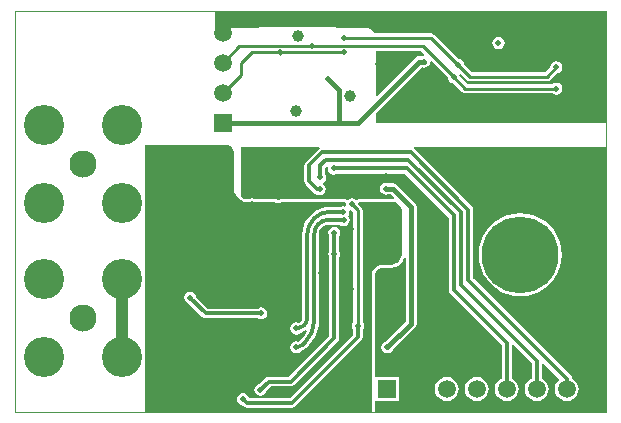
<source format=gbl>
G04 Layer_Physical_Order=2*
G04 Layer_Color=16711680*
%FSLAX25Y25*%
%MOIN*%
G70*
G01*
G75*
%ADD10C,0.01000*%
%ADD20C,0.01575*%
%ADD21C,0.01181*%
%ADD22C,0.03937*%
%ADD23C,0.01378*%
%ADD29C,0.00394*%
%ADD30C,0.03937*%
%ADD31C,0.09055*%
%ADD32C,0.13386*%
%ADD33C,0.25590*%
%ADD34C,0.05905*%
%ADD35R,0.05905X0.05905*%
%ADD36R,0.05905X0.05905*%
%ADD37C,0.01968*%
G36*
X136305Y119406D02*
X136080Y118924D01*
X135446Y118798D01*
X135376Y118752D01*
X134646D01*
X133948Y118613D01*
X133357Y118218D01*
X133357Y118218D01*
X120541Y105401D01*
X120079Y105593D01*
Y115354D01*
Y120518D01*
X135193D01*
X136305Y119406D01*
D02*
G37*
G36*
X196850Y0D02*
X119917D01*
Y3823D01*
X127772D01*
Y11728D01*
X119917D01*
Y45835D01*
X119982Y46328D01*
X120237Y46942D01*
X120641Y47469D01*
X121168Y47874D01*
X121782Y48128D01*
X122275Y48193D01*
X125429D01*
X125495Y48206D01*
X125562Y48202D01*
X126255Y48293D01*
X126381Y48336D01*
X126512Y48362D01*
X127374Y48719D01*
X127485Y48793D01*
X127604Y48852D01*
X128345Y49420D01*
X128433Y49520D01*
X128533Y49608D01*
X129101Y50348D01*
X129160Y50468D01*
X129234Y50579D01*
X129591Y51441D01*
X130067Y51322D01*
Y30282D01*
X123324Y23539D01*
X123241Y23523D01*
X122585Y23084D01*
X122147Y22428D01*
X121993Y21654D01*
X122147Y20879D01*
X122585Y20223D01*
X123241Y19784D01*
X124016Y19630D01*
X124790Y19784D01*
X125446Y20223D01*
X125885Y20879D01*
X125901Y20962D01*
X133178Y28239D01*
X133178Y28239D01*
X133573Y28830D01*
X133712Y29528D01*
X133712Y29528D01*
Y68504D01*
X133712Y68504D01*
X133573Y69201D01*
X133178Y69793D01*
X127155Y75816D01*
X126564Y76211D01*
X125866Y76350D01*
X125866Y76350D01*
X124348D01*
X124278Y76397D01*
X123504Y76551D01*
X122730Y76397D01*
X122073Y75958D01*
X121635Y75302D01*
X121481Y74528D01*
X121635Y73753D01*
X122073Y73097D01*
X122730Y72658D01*
X123504Y72504D01*
X124278Y72658D01*
X124348Y72705D01*
X125111D01*
X126230Y71586D01*
X126230Y71560D01*
X126221Y71495D01*
X126011Y71098D01*
X114581D01*
X114531Y71088D01*
X114481Y71093D01*
X114338Y71050D01*
X114191Y71021D01*
X114149Y70993D01*
X114100Y70978D01*
X114078Y70960D01*
X113801Y70811D01*
X113387Y70888D01*
X112979Y71161D01*
X112205Y71315D01*
X111431Y71161D01*
X111023Y70888D01*
X110609Y70811D01*
X110331Y70960D01*
X110309Y70978D01*
X110261Y70993D01*
X110219Y71021D01*
X110072Y71050D01*
X109928Y71093D01*
X109878Y71088D01*
X109828Y71098D01*
X88696D01*
X88597Y71079D01*
X88497D01*
X88404Y71040D01*
X88305Y71021D01*
X88222Y70965D01*
X88129Y70926D01*
X88046Y70871D01*
X87669Y70796D01*
X87293Y70871D01*
X87210Y70926D01*
X87117Y70965D01*
X87033Y71021D01*
X86935Y71040D01*
X86842Y71079D01*
X86742D01*
X86643Y71098D01*
X79607D01*
X79514Y71161D01*
X78740Y71315D01*
X77966Y71161D01*
X77873Y71098D01*
X77316D01*
X76592Y71194D01*
X75691Y71567D01*
X75197Y71946D01*
Y88583D01*
X101368D01*
X101520Y88083D01*
X101145Y87832D01*
X96814Y83501D01*
X96441Y82942D01*
X96309Y82284D01*
Y76983D01*
X96441Y76324D01*
X96814Y75765D01*
X99458Y73121D01*
X100017Y72748D01*
X100361Y72679D01*
X100675Y72470D01*
X101449Y72316D01*
X102223Y72470D01*
X102879Y72908D01*
X103318Y73564D01*
X103472Y74339D01*
X103318Y75113D01*
X102879Y75769D01*
X102500Y76023D01*
X102487Y76063D01*
X102534Y76601D01*
X103005Y76916D01*
X103444Y77572D01*
X103598Y78347D01*
X103444Y79121D01*
X103297Y79341D01*
Y81570D01*
X103722Y81995D01*
X104183Y81749D01*
X104091Y81287D01*
X104245Y80513D01*
X104684Y79857D01*
X105340Y79418D01*
X106114Y79264D01*
X106888Y79418D01*
X107108Y79565D01*
X129810D01*
X144451Y64925D01*
Y40835D01*
X144582Y40176D01*
X144955Y39617D01*
X162097Y22476D01*
Y11341D01*
X161826Y11228D01*
X161000Y10595D01*
X160366Y9769D01*
X159968Y8807D01*
X159832Y7776D01*
X159968Y6744D01*
X160366Y5782D01*
X161000Y4956D01*
X161826Y4323D01*
X162787Y3925D01*
X163819Y3789D01*
X164851Y3925D01*
X165812Y4323D01*
X166638Y4956D01*
X167272Y5782D01*
X167670Y6744D01*
X167806Y7776D01*
X167670Y8807D01*
X167272Y9769D01*
X166638Y10595D01*
X165812Y11228D01*
X165541Y11341D01*
Y22315D01*
X166003Y22507D01*
X172097Y16413D01*
Y11341D01*
X171826Y11228D01*
X171000Y10595D01*
X170366Y9769D01*
X169968Y8807D01*
X169832Y7776D01*
X169968Y6744D01*
X170366Y5782D01*
X171000Y4956D01*
X171826Y4323D01*
X172787Y3925D01*
X173819Y3789D01*
X174851Y3925D01*
X175812Y4323D01*
X176638Y4956D01*
X177272Y5782D01*
X177670Y6744D01*
X177806Y7776D01*
X177670Y8807D01*
X177272Y9769D01*
X176638Y10595D01*
X175812Y11228D01*
X175541Y11341D01*
Y16252D01*
X176003Y16444D01*
X181214Y11233D01*
X181181Y10734D01*
X181000Y10595D01*
X180366Y9769D01*
X179968Y8807D01*
X179832Y7776D01*
X179968Y6744D01*
X180366Y5782D01*
X181000Y4956D01*
X181825Y4323D01*
X182787Y3925D01*
X183819Y3789D01*
X184851Y3925D01*
X185812Y4323D01*
X186638Y4956D01*
X187272Y5782D01*
X187670Y6744D01*
X187806Y7776D01*
X187670Y8807D01*
X187272Y9769D01*
X186638Y10595D01*
X185812Y11228D01*
X185481Y11366D01*
X185410Y11722D01*
X185037Y12281D01*
X152651Y44667D01*
Y67608D01*
X152520Y68267D01*
X152146Y68826D01*
X133140Y87832D01*
X132765Y88083D01*
X132917Y88583D01*
X196850D01*
Y0D01*
D02*
G37*
G36*
X71394Y88839D02*
X72176Y88317D01*
X72698Y87536D01*
X72835Y86847D01*
Y74493D01*
X72956Y73570D01*
X73432Y72421D01*
X74190Y71434D01*
X75177Y70676D01*
X76326Y70200D01*
X77249Y70079D01*
X86643D01*
X86895Y69910D01*
X87669Y69756D01*
X88443Y69910D01*
X88696Y70079D01*
X109828D01*
X110239Y69579D01*
X110182Y69291D01*
X110242Y68989D01*
X109812Y68587D01*
X109323Y68685D01*
X108651Y68551D01*
X105118D01*
Y68565D01*
X103263Y68383D01*
X101479Y67842D01*
X99834Y66963D01*
X98393Y65780D01*
X97211Y64339D01*
X96332Y62695D01*
X95790Y60910D01*
X95608Y59055D01*
X95622D01*
Y31496D01*
X95632Y31450D01*
X95493Y30754D01*
X95073Y30124D01*
X95004Y30079D01*
X95004Y30079D01*
X94863Y29976D01*
X94532Y29784D01*
X94475Y29822D01*
X93701Y29976D01*
X92927Y29822D01*
X92270Y29383D01*
X91832Y28727D01*
X91678Y27953D01*
X91832Y27179D01*
X92270Y26522D01*
X92927Y26084D01*
X93701Y25930D01*
X94475Y26084D01*
X95073Y26483D01*
X95090Y26485D01*
X96254Y26967D01*
X96873Y27442D01*
X97263Y27112D01*
X96591Y25853D01*
X95592Y24637D01*
X95531Y24596D01*
X94570Y23635D01*
X94563Y23625D01*
X94425Y23533D01*
X93701Y23677D01*
X92927Y23523D01*
X92270Y23084D01*
X91832Y22428D01*
X91678Y21654D01*
X91832Y20879D01*
X92270Y20223D01*
X92927Y19784D01*
X93701Y19630D01*
X94475Y19784D01*
X95131Y20223D01*
X95193Y20315D01*
X95941Y20625D01*
X96869Y21337D01*
X96864Y21342D01*
X97824Y22302D01*
X97827Y22299D01*
X99012Y23686D01*
X99966Y25242D01*
X100664Y26927D01*
X101090Y28701D01*
X101233Y30520D01*
X101228D01*
Y59449D01*
X101223Y59472D01*
X101326Y60254D01*
X101637Y61004D01*
X102131Y61648D01*
X102776Y62143D01*
X103526Y62453D01*
X104307Y62556D01*
X104331Y62551D01*
X108127D01*
X108604Y62233D01*
X109378Y62079D01*
X110152Y62233D01*
X110809Y62672D01*
X111247Y63328D01*
X111401Y64102D01*
X111247Y64877D01*
X110882Y65423D01*
X111192Y65887D01*
X111346Y66661D01*
X111286Y66963D01*
X111716Y67365D01*
X112030Y67303D01*
X112644Y66689D01*
Y30023D01*
X112304Y29514D01*
X112150Y28740D01*
X112304Y27966D01*
X112551Y27596D01*
Y25869D01*
X91454Y4771D01*
X77837D01*
X77822Y4786D01*
X77735Y5223D01*
X77297Y5879D01*
X76640Y6318D01*
X75866Y6472D01*
X75092Y6318D01*
X74436Y5879D01*
X73997Y5223D01*
X73843Y4449D01*
X73997Y3675D01*
X74436Y3018D01*
X75092Y2580D01*
X75529Y2493D01*
X76019Y2003D01*
X76545Y1651D01*
X77165Y1528D01*
X92126D01*
X92747Y1651D01*
X93273Y2003D01*
X115320Y24050D01*
X115672Y24576D01*
X115795Y25197D01*
Y27596D01*
X116042Y27966D01*
X116196Y28740D01*
X116042Y29514D01*
X115703Y30023D01*
Y67323D01*
X115586Y67908D01*
X115255Y68404D01*
X114193Y69466D01*
X114171Y69579D01*
X114581Y70079D01*
X126165D01*
X126704Y70008D01*
X127246Y69783D01*
X128445Y68584D01*
X128669Y68042D01*
X128740Y67503D01*
Y52524D01*
X128649Y51831D01*
X128292Y50969D01*
X127724Y50229D01*
X126984Y49661D01*
X126122Y49304D01*
X125429Y49213D01*
X122209D01*
X121516Y49121D01*
X120654Y48764D01*
X119914Y48196D01*
X119346Y47456D01*
X118989Y46594D01*
X118898Y45902D01*
Y45669D01*
Y0D01*
X43307D01*
Y17966D01*
X43360Y18504D01*
X43307Y19042D01*
Y43950D01*
X43360Y44488D01*
X43307Y45026D01*
Y69147D01*
X43360Y69685D01*
X43307Y70223D01*
Y88976D01*
X70705D01*
X71394Y88839D01*
D02*
G37*
G36*
X196850Y133465D02*
Y96457D01*
X120079D01*
Y99785D01*
X135391Y115097D01*
X135446Y115060D01*
X136221Y114906D01*
X136995Y115060D01*
X137651Y115499D01*
X138090Y116155D01*
X138216Y116788D01*
X138698Y117013D01*
X144075Y111637D01*
X144194Y111037D01*
X144632Y110380D01*
X145289Y109942D01*
X145888Y109823D01*
X148919Y106793D01*
X149415Y106461D01*
X150000Y106345D01*
X179032D01*
X179541Y106005D01*
X180315Y105851D01*
X181089Y106005D01*
X181746Y106444D01*
X182184Y107100D01*
X182338Y107874D01*
X182184Y108648D01*
X181746Y109305D01*
X181089Y109743D01*
X180315Y109897D01*
X179541Y109743D01*
X179032Y109403D01*
X150634D01*
X148051Y111986D01*
X147932Y112585D01*
X148324Y112899D01*
X150493Y110730D01*
X150989Y110398D01*
X151575Y110282D01*
X177165D01*
X177751Y110398D01*
X178247Y110730D01*
X180489Y112972D01*
X181089Y113092D01*
X181746Y113530D01*
X182184Y114186D01*
X182338Y114961D01*
X182184Y115735D01*
X181746Y116391D01*
X181089Y116830D01*
X180315Y116984D01*
X179541Y116830D01*
X178884Y116391D01*
X178446Y115735D01*
X178326Y115135D01*
X176532Y113340D01*
X152208D01*
X149626Y115922D01*
X149507Y116522D01*
X149068Y117179D01*
X148412Y117617D01*
X147812Y117736D01*
X139664Y125885D01*
X139168Y126216D01*
X138583Y126332D01*
X119835D01*
X119730Y126587D01*
X119288Y127162D01*
X118713Y127604D01*
X118042Y127882D01*
X117503Y127953D01*
X107703D01*
X107403Y128183D01*
X106681Y128483D01*
X105905Y128585D01*
X82284D01*
X81508Y128483D01*
X80786Y128183D01*
X80486Y127953D01*
X68504D01*
X66949Y127331D01*
X66535Y127611D01*
Y133858D01*
X196457D01*
X196850Y133465D01*
D02*
G37*
%LPC*%
G36*
X153819Y11762D02*
X152787Y11627D01*
X151825Y11228D01*
X151000Y10595D01*
X150366Y9769D01*
X149968Y8807D01*
X149832Y7776D01*
X149968Y6744D01*
X150366Y5782D01*
X151000Y4956D01*
X151825Y4323D01*
X152787Y3925D01*
X153819Y3789D01*
X154851Y3925D01*
X155812Y4323D01*
X156638Y4956D01*
X157272Y5782D01*
X157670Y6744D01*
X157806Y7776D01*
X157670Y8807D01*
X157272Y9769D01*
X156638Y10595D01*
X155812Y11228D01*
X154851Y11627D01*
X153819Y11762D01*
D02*
G37*
G36*
X143819D02*
X142787Y11627D01*
X141825Y11228D01*
X141000Y10595D01*
X140366Y9769D01*
X139968Y8807D01*
X139832Y7776D01*
X139968Y6744D01*
X140366Y5782D01*
X141000Y4956D01*
X141825Y4323D01*
X142787Y3925D01*
X143819Y3789D01*
X144851Y3925D01*
X145812Y4323D01*
X146638Y4956D01*
X147272Y5782D01*
X147670Y6744D01*
X147806Y7776D01*
X147670Y8807D01*
X147272Y9769D01*
X146638Y10595D01*
X145812Y11228D01*
X144851Y11627D01*
X143819Y11762D01*
D02*
G37*
G36*
X168307Y66397D02*
X166142Y66227D01*
X164031Y65720D01*
X162025Y64889D01*
X160173Y63754D01*
X158522Y62344D01*
X157112Y60693D01*
X155977Y58841D01*
X155146Y56835D01*
X154639Y54724D01*
X154469Y52559D01*
X154639Y50394D01*
X155146Y48283D01*
X155977Y46277D01*
X157112Y44425D01*
X158522Y42774D01*
X160173Y41364D01*
X162025Y40229D01*
X164031Y39398D01*
X166142Y38892D01*
X168307Y38721D01*
X170472Y38892D01*
X172583Y39398D01*
X174589Y40229D01*
X176441Y41364D01*
X178092Y42774D01*
X179502Y44425D01*
X180637Y46277D01*
X181468Y48283D01*
X181975Y50394D01*
X182145Y52559D01*
X181975Y54724D01*
X181468Y56835D01*
X180637Y58841D01*
X179502Y60693D01*
X178092Y62344D01*
X176441Y63754D01*
X174589Y64889D01*
X172583Y65720D01*
X170472Y66227D01*
X168307Y66397D01*
D02*
G37*
G36*
X106299Y61866D02*
X105525Y61712D01*
X104869Y61273D01*
X104430Y60617D01*
X104276Y59842D01*
X104430Y59068D01*
X104677Y58698D01*
Y53900D01*
X104430Y53530D01*
X104276Y52756D01*
X104430Y51982D01*
X104677Y51611D01*
Y25475D01*
X91061Y11858D01*
X84370D01*
X83750Y11734D01*
X83223Y11383D01*
X81277Y9436D01*
X80840Y9349D01*
X80184Y8911D01*
X79745Y8254D01*
X79591Y7480D01*
X79745Y6706D01*
X80184Y6050D01*
X80840Y5611D01*
X81614Y5457D01*
X82388Y5611D01*
X83045Y6050D01*
X83483Y6706D01*
X83570Y7143D01*
X85042Y8614D01*
X91732D01*
X92353Y8738D01*
X92879Y9089D01*
X107446Y23656D01*
X107798Y24183D01*
X107921Y24803D01*
Y51611D01*
X108168Y51982D01*
X108322Y52756D01*
X108168Y53530D01*
X107921Y53900D01*
Y58698D01*
X108168Y59068D01*
X108322Y59842D01*
X108168Y60617D01*
X107730Y61273D01*
X107073Y61712D01*
X106299Y61866D01*
D02*
G37*
G36*
X58268Y40212D02*
X57494Y40058D01*
X56837Y39619D01*
X56399Y38963D01*
X56245Y38189D01*
X56399Y37415D01*
X56837Y36758D01*
X57494Y36320D01*
X57930Y36233D01*
X62337Y31826D01*
X62864Y31474D01*
X63484Y31351D01*
X80745D01*
X81116Y31103D01*
X81890Y30949D01*
X82664Y31103D01*
X83320Y31542D01*
X83759Y32198D01*
X83913Y32972D01*
X83759Y33747D01*
X83320Y34403D01*
X82664Y34842D01*
X81890Y34996D01*
X81116Y34842D01*
X80745Y34594D01*
X64156D01*
X60224Y38526D01*
X60137Y38963D01*
X59698Y39619D01*
X59042Y40058D01*
X58268Y40212D01*
D02*
G37*
G36*
X161024Y125133D02*
X160249Y124979D01*
X159593Y124541D01*
X159154Y123884D01*
X159001Y123110D01*
X159154Y122336D01*
X159593Y121680D01*
X160249Y121241D01*
X161024Y121087D01*
X161798Y121241D01*
X162454Y121680D01*
X162893Y122336D01*
X163047Y123110D01*
X162893Y123884D01*
X162454Y124541D01*
X161798Y124979D01*
X161024Y125133D01*
D02*
G37*
%LPD*%
D10*
X75197Y116535D02*
X78740Y120079D01*
X75197Y112559D02*
Y116535D01*
X78740Y120079D02*
X88189D01*
X74685Y122047D02*
X98819D01*
X88189Y120079D02*
X109449D01*
X98819Y122047D02*
X135827D01*
X69095Y116457D02*
X74685Y122047D01*
X135827D02*
X146063Y111811D01*
X88189Y119291D02*
Y120079D01*
X69095Y106457D02*
X75197Y112559D01*
X98622Y121850D02*
X98819Y122047D01*
X109449Y124803D02*
X138583D01*
X147638Y115748D01*
X150000Y107874D02*
X180315D01*
X146063Y111811D02*
X150000Y107874D01*
X177165Y111811D02*
X180315Y114961D01*
X151575Y111811D02*
X177165D01*
X147638Y115748D02*
X151575Y111811D01*
X114173Y28740D02*
Y67323D01*
X112205Y69291D02*
X114173Y67323D01*
D20*
X104331Y111024D02*
X107756Y107598D01*
Y96457D02*
Y107598D01*
X134646Y116929D02*
X136221D01*
X114173Y96457D02*
X134646Y116929D01*
X69095Y96457D02*
X114173D01*
X124016Y21654D02*
X131890Y29528D01*
X123504Y74528D02*
X125866D01*
X131890Y68504D01*
Y29528D02*
Y68504D01*
D21*
X93701Y21654D02*
G03*
X95717Y22489I0J2851D01*
G01*
X96677Y23449D02*
G03*
X99606Y30520I-7071J7071D01*
G01*
X104331Y64173D02*
G03*
X99606Y59449I0J-4724D01*
G01*
X96100Y28888D02*
G03*
X97244Y31496I-2399J2608D01*
G01*
X93841Y27953D02*
G03*
X96100Y28888I0J3194D01*
G01*
X105118Y66929D02*
G03*
X97244Y59055I0J-7874D01*
G01*
X58268Y38189D02*
X63484Y32972D01*
X81890D01*
X81614Y7480D02*
X84370Y10236D01*
X75866Y4449D02*
X77165Y3150D01*
X92126D01*
X114173Y25197D01*
Y28740D01*
X95717Y22489D02*
X96677Y23449D01*
X99606Y30520D02*
Y59449D01*
X97244Y31496D02*
Y59055D01*
X93701Y27953D02*
X93841D01*
X105118Y66929D02*
X109449D01*
X104331Y64173D02*
X109449D01*
X84370Y10236D02*
X91732D01*
X106299Y24803D01*
Y59842D01*
D22*
X35630Y18504D02*
Y44488D01*
D23*
X101575Y78347D02*
Y82284D01*
X98032Y76983D02*
X100676Y74339D01*
X98032Y76983D02*
Y82284D01*
X102362Y86614D01*
X101575Y82284D02*
X103528Y84236D01*
X106114Y81287D02*
X130524D01*
X146173Y65638D01*
X131923Y86614D02*
X150929Y67608D01*
X130938Y84236D02*
X148551Y66623D01*
X103528Y84236D02*
X130938D01*
X102362Y86614D02*
X131923D01*
X183819Y7776D02*
Y11063D01*
X150929Y43953D02*
Y67608D01*
Y43953D02*
X183819Y11063D01*
X148551Y42394D02*
Y66623D01*
Y42394D02*
X173819Y17126D01*
Y7776D02*
Y17126D01*
X146173Y40835D02*
Y65638D01*
Y40835D02*
X163819Y23189D01*
Y7776D02*
Y23189D01*
D29*
X0Y0D02*
Y133858D01*
X196850D01*
X0Y0D02*
X196850D01*
X135000D02*
X196850D01*
Y133858D01*
X0Y118000D02*
Y133465D01*
D30*
X111417Y105512D02*
D03*
X94095Y125591D02*
D03*
X93701Y100394D02*
D03*
D31*
X22638Y31496D02*
D03*
Y82677D02*
D03*
D32*
X35630Y18504D02*
D03*
Y44488D02*
D03*
X9646D02*
D03*
Y18504D02*
D03*
X35630Y69685D02*
D03*
Y95669D02*
D03*
X9646D02*
D03*
Y69685D02*
D03*
D33*
X168307Y52559D02*
D03*
D34*
X183819Y7776D02*
D03*
X173819D02*
D03*
X163819D02*
D03*
X153819D02*
D03*
X133819D02*
D03*
X143819D02*
D03*
X69095Y126457D02*
D03*
Y116457D02*
D03*
Y106457D02*
D03*
D35*
X123819Y7776D02*
D03*
D36*
X69095Y96457D02*
D03*
D37*
X123622Y78740D02*
D03*
X135433Y17717D02*
D03*
X129528Y22835D02*
D03*
X125984Y37795D02*
D03*
X123622Y40945D02*
D03*
X111811D02*
D03*
X87008Y7480D02*
D03*
X88189Y68110D02*
D03*
X123622Y61024D02*
D03*
X94488Y38189D02*
D03*
X81102Y38583D02*
D03*
X53937Y12598D02*
D03*
X182283Y100787D02*
D03*
X177165Y124016D02*
D03*
X137795Y99606D02*
D03*
X115748Y131496D02*
D03*
X120866Y116142D02*
D03*
X109449Y120079D02*
D03*
X88189D02*
D03*
X104331Y111024D02*
D03*
X98819Y122047D02*
D03*
X109449Y124803D02*
D03*
X136221Y116929D02*
D03*
X161024Y123110D02*
D03*
X180315Y107874D02*
D03*
Y114961D02*
D03*
X147638Y115748D02*
D03*
X146063Y111811D02*
D03*
X72539Y22736D02*
D03*
Y38091D02*
D03*
X81890Y32972D02*
D03*
X58268Y38189D02*
D03*
X75866Y4449D02*
D03*
X114173Y28740D02*
D03*
X81614Y7480D02*
D03*
X106299Y59842D02*
D03*
X93701Y21654D02*
D03*
Y27953D02*
D03*
X109378Y64102D02*
D03*
X109323Y66661D02*
D03*
X112205Y69291D02*
D03*
X123504Y74528D02*
D03*
X106299Y52756D02*
D03*
X111929Y61142D02*
D03*
X117717Y61142D02*
D03*
X101969Y46457D02*
D03*
X83071Y60236D02*
D03*
X78740Y69291D02*
D03*
X87669Y71780D02*
D03*
X90158Y6811D02*
D03*
X59842Y10905D02*
D03*
X70866Y70079D02*
D03*
X63779Y85315D02*
D03*
X54724Y85827D02*
D03*
Y54843D02*
D03*
X63386Y56417D02*
D03*
X65630Y46457D02*
D03*
X87795Y40039D02*
D03*
X49606Y5610D02*
D03*
X53543Y44980D02*
D03*
X61417Y29232D02*
D03*
X65354Y21358D02*
D03*
X69291Y29232D02*
D03*
X65354Y37106D02*
D03*
X77165Y44980D02*
D03*
X73228Y52854D02*
D03*
X81103D02*
D03*
X88977D02*
D03*
X92914Y60728D02*
D03*
X96851Y68603D02*
D03*
X104725Y5610D02*
D03*
X108661Y13484D02*
D03*
X112599Y5610D02*
D03*
X116535Y13484D02*
D03*
X120473Y52854D02*
D03*
X89370Y16929D02*
D03*
X102756Y37402D02*
D03*
X109055Y40945D02*
D03*
X117323Y40157D02*
D03*
X101449Y74339D02*
D03*
X106114Y81287D02*
D03*
X77953Y74410D02*
D03*
X101575Y78347D02*
D03*
X136221Y44980D02*
D03*
X185433Y25295D02*
D03*
Y64665D02*
D03*
X124016Y21654D02*
D03*
M02*

</source>
